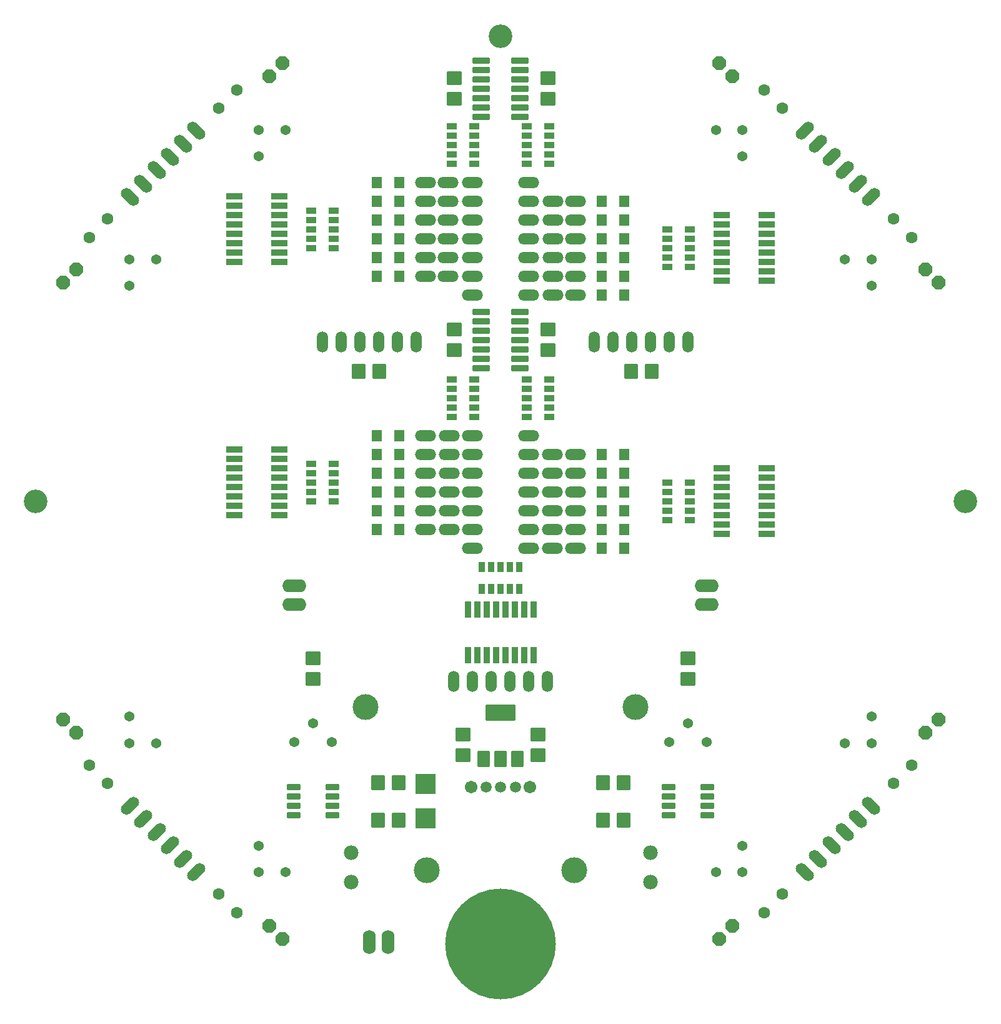
<source format=gts>
%TF.GenerationSoftware,KiCad,Pcbnew,(6.0.7-1)-1*%
%TF.CreationDate,2022-09-07T09:45:07+02:00*%
%TF.ProjectId,BattleBits_V4,42617474-6c65-4426-9974-735f56342e6b,rev?*%
%TF.SameCoordinates,Original*%
%TF.FileFunction,Soldermask,Top*%
%TF.FilePolarity,Negative*%
%FSLAX46Y46*%
G04 Gerber Fmt 4.6, Leading zero omitted, Abs format (unit mm)*
G04 Created by KiCad (PCBNEW (6.0.7-1)-1) date 2022-09-07 09:45:07*
%MOMM*%
%LPD*%
G01*
G04 APERTURE LIST*
G04 Aperture macros list*
%AMRoundRect*
0 Rectangle with rounded corners*
0 $1 Rounding radius*
0 $2 $3 $4 $5 $6 $7 $8 $9 X,Y pos of 4 corners*
0 Add a 4 corners polygon primitive as box body*
4,1,4,$2,$3,$4,$5,$6,$7,$8,$9,$2,$3,0*
0 Add four circle primitives for the rounded corners*
1,1,$1+$1,$2,$3*
1,1,$1+$1,$4,$5*
1,1,$1+$1,$6,$7*
1,1,$1+$1,$8,$9*
0 Add four rect primitives between the rounded corners*
20,1,$1+$1,$2,$3,$4,$5,0*
20,1,$1+$1,$4,$5,$6,$7,0*
20,1,$1+$1,$6,$7,$8,$9,0*
20,1,$1+$1,$8,$9,$2,$3,0*%
%AMHorizOval*
0 Thick line with rounded ends*
0 $1 width*
0 $2 $3 position (X,Y) of the first rounded end (center of the circle)*
0 $4 $5 position (X,Y) of the second rounded end (center of the circle)*
0 Add line between two ends*
20,1,$1,$2,$3,$4,$5,0*
0 Add two circle primitives to create the rounded ends*
1,1,$1,$2,$3*
1,1,$1,$4,$5*%
%AMFreePoly0*
4,1,25,0.406913,0.920396,0.419036,0.910042,0.910042,0.419036,0.938548,0.363088,0.939800,0.347194,0.939800,-0.347194,0.920396,-0.406913,0.910042,-0.419036,0.419036,-0.910042,0.363088,-0.938548,0.347194,-0.939800,-0.347194,-0.939800,-0.406913,-0.920396,-0.419036,-0.910042,-0.910042,-0.419036,-0.938548,-0.363088,-0.939800,-0.347194,-0.939800,0.347194,-0.920396,0.406913,-0.910042,0.419036,
-0.419036,0.910042,-0.363088,0.938548,-0.347194,0.939800,0.347194,0.939800,0.406913,0.920396,0.406913,0.920396,$1*%
G04 Aperture macros list end*
%ADD10RoundRect,0.101600X0.900000X-0.800000X0.900000X0.800000X-0.900000X0.800000X-0.900000X-0.800000X0*%
%ADD11RoundRect,0.101600X0.600000X0.700000X-0.600000X0.700000X-0.600000X-0.700000X0.600000X-0.700000X0*%
%ADD12RoundRect,0.101600X-0.600000X-0.700000X0.600000X-0.700000X0.600000X0.700000X-0.600000X0.700000X0*%
%ADD13O,2.844800X1.524000*%
%ADD14RoundRect,0.101600X0.800000X-0.300000X0.800000X0.300000X-0.800000X0.300000X-0.800000X-0.300000X0*%
%ADD15RoundRect,0.101600X-0.800000X-0.900000X0.800000X-0.900000X0.800000X0.900000X-0.800000X0.900000X0*%
%ADD16HorizOval,1.524000X0.466973X0.466973X-0.466973X-0.466973X0*%
%ADD17C,1.371200*%
%ADD18RoundRect,0.101600X-0.900000X0.800000X-0.900000X-0.800000X0.900000X-0.800000X0.900000X0.800000X0*%
%ADD19C,3.200000*%
%ADD20HorizOval,1.524000X-0.466973X-0.466973X0.466973X0.466973X0*%
%ADD21RoundRect,0.101600X-0.600000X-0.350000X0.600000X-0.350000X0.600000X0.350000X-0.600000X0.350000X0*%
%ADD22RoundRect,0.101600X-1.016000X0.330200X-1.016000X-0.330200X1.016000X-0.330200X1.016000X0.330200X0*%
%ADD23O,3.251200X1.727200*%
%ADD24C,1.603200*%
%ADD25O,1.524000X2.844800*%
%ADD26O,1.727200X3.251200*%
%ADD27RoundRect,0.101600X-0.749300X-1.003300X0.749300X-1.003300X0.749300X1.003300X-0.749300X1.003300X0*%
%ADD28RoundRect,0.101600X-1.905000X-1.003300X1.905000X-1.003300X1.905000X1.003300X-1.905000X1.003300X0*%
%ADD29C,3.500000*%
%ADD30C,1.981200*%
%ADD31RoundRect,0.101600X0.600000X0.350000X-0.600000X0.350000X-0.600000X-0.350000X0.600000X-0.350000X0*%
%ADD32HorizOval,1.524000X-0.466973X0.466973X0.466973X-0.466973X0*%
%ADD33C,1.511200*%
%ADD34C,1.711200*%
%ADD35RoundRect,0.101600X-0.800000X0.300000X-0.800000X-0.300000X0.800000X-0.300000X0.800000X0.300000X0*%
%ADD36RoundRect,0.101600X1.100000X-0.300000X1.100000X0.300000X-1.100000X0.300000X-1.100000X-0.300000X0*%
%ADD37RoundRect,0.101600X-1.100000X0.300000X-1.100000X-0.300000X1.100000X-0.300000X1.100000X0.300000X0*%
%ADD38RoundRect,0.101600X1.016000X-0.330200X1.016000X0.330200X-1.016000X0.330200X-1.016000X-0.330200X0*%
%ADD39FreePoly0,225.000000*%
%ADD40C,15.000000*%
%ADD41RoundRect,0.101600X1.270000X-1.270000X1.270000X1.270000X-1.270000X1.270000X-1.270000X-1.270000X0*%
%ADD42RoundRect,0.101600X-1.270000X1.270000X-1.270000X-1.270000X1.270000X-1.270000X1.270000X1.270000X0*%
%ADD43FreePoly0,135.000000*%
%ADD44RoundRect,0.101600X0.800000X0.900000X-0.800000X0.900000X-0.800000X-0.900000X0.800000X-0.900000X0*%
%ADD45FreePoly0,45.000000*%
%ADD46RoundRect,0.101600X0.330200X1.016000X-0.330200X1.016000X-0.330200X-1.016000X0.330200X-1.016000X0*%
%ADD47HorizOval,1.524000X0.466973X-0.466973X-0.466973X0.466973X0*%
%ADD48FreePoly0,315.000000*%
%ADD49RoundRect,0.101600X0.350000X-0.600000X0.350000X0.600000X-0.350000X0.600000X-0.350000X-0.600000X0*%
G04 APERTURE END LIST*
D10*
%TO.C,R17*%
X154940000Y-50523600D03*
X154940000Y-47723600D03*
%TD*%
D11*
%TO.C,D16*%
X134761100Y-106273600D03*
X131761100Y-106273600D03*
%TD*%
D12*
%TO.C,D10*%
X162241100Y-71983600D03*
X165241100Y-71983600D03*
%TD*%
D13*
%TO.C,SV1*%
X141389100Y-74523600D03*
X141389100Y-71983600D03*
X141389100Y-69443600D03*
X141389100Y-66903600D03*
X141389100Y-64363600D03*
X141389100Y-61823600D03*
%TD*%
%TO.C,SV4*%
X155486100Y-98653600D03*
X155486100Y-101193600D03*
X155486100Y-103733600D03*
X155486100Y-106273600D03*
X155486100Y-108813600D03*
X155486100Y-111353600D03*
%TD*%
D14*
%TO.C,IC9*%
X125701100Y-147548600D03*
X125701100Y-146278600D03*
X125701100Y-145008600D03*
X125701100Y-143738600D03*
X120501100Y-143738600D03*
X120501100Y-145008600D03*
X120501100Y-146278600D03*
X120501100Y-147548600D03*
%TD*%
D15*
%TO.C,R15*%
X129280000Y-87413600D03*
X132080000Y-87413600D03*
%TD*%
D16*
%TO.C,SV10*%
X189730972Y-54793472D03*
X191527023Y-56589523D03*
X193323074Y-58385574D03*
X195119126Y-60181626D03*
X196915177Y-61977677D03*
X198711228Y-63773728D03*
%TD*%
D15*
%TO.C,R16*%
X166151100Y-87413600D03*
X168951100Y-87413600D03*
%TD*%
D10*
%TO.C,C2*%
X143421100Y-139423600D03*
X143421100Y-136623600D03*
%TD*%
D17*
%TO.C,R10*%
X101827151Y-137769651D03*
X98235049Y-137769651D03*
X98235049Y-134177549D03*
%TD*%
D18*
%TO.C,C1*%
X153581100Y-136623600D03*
X153581100Y-139423600D03*
%TD*%
D19*
%TO.C,@HOLE4*%
X211501100Y-105003600D03*
%TD*%
D18*
%TO.C,R18*%
X142240000Y-47723600D03*
X142240000Y-50523600D03*
%TD*%
D20*
%TO.C,SV12*%
X107271228Y-155213728D03*
X105475177Y-153417677D03*
X103679126Y-151621626D03*
X101883074Y-149825574D03*
X100087023Y-148029523D03*
X98290972Y-146233472D03*
%TD*%
D18*
%TO.C,R8*%
X173901100Y-126243600D03*
X173901100Y-129043600D03*
%TD*%
D13*
%TO.C,SV2*%
X155613100Y-64363600D03*
X155613100Y-66903600D03*
X155613100Y-69443600D03*
X155613100Y-71983600D03*
X155613100Y-74523600D03*
X155613100Y-77063600D03*
%TD*%
D12*
%TO.C,D21*%
X162241100Y-98653600D03*
X165241100Y-98653600D03*
%TD*%
D21*
%TO.C,U$6*%
X122871100Y-99923600D03*
X122871100Y-101193600D03*
X122871100Y-102463600D03*
X122871100Y-103733600D03*
X122871100Y-105003600D03*
X125871100Y-105003600D03*
X125871100Y-103733600D03*
X125871100Y-102463600D03*
X125871100Y-101193600D03*
X125871100Y-99923600D03*
%TD*%
D22*
%TO.C,IC2*%
X112407700Y-63728600D03*
X112407700Y-64998600D03*
X112407700Y-66268600D03*
X112407700Y-67538600D03*
X112407700Y-68808600D03*
X112407700Y-70078600D03*
X112407700Y-71348600D03*
X112407700Y-72618600D03*
X118554500Y-72618600D03*
X118554500Y-71348600D03*
X118554500Y-70078600D03*
X118554500Y-68808600D03*
X118554500Y-67538600D03*
X118554500Y-66268600D03*
X118554500Y-64998600D03*
X118554500Y-63728600D03*
%TD*%
D17*
%TO.C,R14*%
X120561100Y-137643600D03*
X123101100Y-135103600D03*
X125641100Y-137643600D03*
%TD*%
D23*
%TO.C,JP1*%
X120561100Y-118973600D03*
X120561100Y-116433600D03*
%TD*%
D24*
%TO.C,PH4*%
X201733663Y-66796163D03*
X204208537Y-69271037D03*
%TD*%
D17*
%TO.C,R2*%
X115735049Y-58329651D03*
X115735049Y-54737549D03*
X119327151Y-54737549D03*
%TD*%
D25*
%TO.C,SV13*%
X154851100Y-129387600D03*
X152311100Y-129387600D03*
X149771100Y-129387600D03*
X147231100Y-129387600D03*
X144691100Y-129387600D03*
X142151100Y-129387600D03*
%TD*%
D18*
%TO.C,R9*%
X123101100Y-126243600D03*
X123101100Y-129043600D03*
%TD*%
D21*
%TO.C,U$3*%
X141921100Y-54203600D03*
X141921100Y-55473600D03*
X141921100Y-56743600D03*
X141921100Y-58013600D03*
X141921100Y-59283600D03*
X144921100Y-59283600D03*
X144921100Y-58013600D03*
X144921100Y-56743600D03*
X144921100Y-55473600D03*
X144921100Y-54203600D03*
%TD*%
%TO.C,U$19*%
X122871100Y-65633600D03*
X122871100Y-66903600D03*
X122871100Y-68173600D03*
X122871100Y-69443600D03*
X122871100Y-70713600D03*
X125871100Y-70713600D03*
X125871100Y-69443600D03*
X125871100Y-68173600D03*
X125871100Y-66903600D03*
X125871100Y-65633600D03*
%TD*%
D11*
%TO.C,D18*%
X134761100Y-101193600D03*
X131761100Y-101193600D03*
%TD*%
D22*
%TO.C,IC5*%
X112407700Y-98018600D03*
X112407700Y-99288600D03*
X112407700Y-100558600D03*
X112407700Y-101828600D03*
X112407700Y-103098600D03*
X112407700Y-104368600D03*
X112407700Y-105638600D03*
X112407700Y-106908600D03*
X118554500Y-106908600D03*
X118554500Y-105638600D03*
X118554500Y-104368600D03*
X118554500Y-103098600D03*
X118554500Y-101828600D03*
X118554500Y-100558600D03*
X118554500Y-99288600D03*
X118554500Y-98018600D03*
%TD*%
D17*
%TO.C,R5*%
X198767151Y-134177549D03*
X198767151Y-137769651D03*
X195175049Y-137769651D03*
%TD*%
D26*
%TO.C,JP8*%
X133261100Y-164693600D03*
X130721100Y-164693600D03*
%TD*%
D27*
%TO.C,IC10*%
X146240500Y-139903200D03*
X148526500Y-139903200D03*
X150812500Y-139903200D03*
D28*
X148501100Y-133604000D03*
%TD*%
D29*
%TO.C,U$2*%
X130211100Y-132863600D03*
D30*
X128211100Y-156593600D03*
X128211100Y-152593600D03*
%TD*%
D11*
%TO.C,D3*%
X134761100Y-69443600D03*
X131761100Y-69443600D03*
%TD*%
D13*
%TO.C,IC1*%
X144691100Y-61823600D03*
X144691100Y-64363600D03*
X144691100Y-66903600D03*
X144691100Y-69443600D03*
X144691100Y-71983600D03*
X144691100Y-74523600D03*
X144691100Y-77063600D03*
X152311100Y-77063600D03*
X152311100Y-74523600D03*
X152311100Y-71983600D03*
X152311100Y-69443600D03*
X152311100Y-66903600D03*
X152311100Y-64363600D03*
X152311100Y-61823600D03*
%TD*%
D31*
%TO.C,U$9*%
X174131100Y-107543600D03*
X174131100Y-106273600D03*
X174131100Y-105003600D03*
X174131100Y-103733600D03*
X174131100Y-102463600D03*
X171131100Y-102463600D03*
X171131100Y-103733600D03*
X171131100Y-105003600D03*
X171131100Y-106273600D03*
X171131100Y-107543600D03*
%TD*%
D12*
%TO.C,D25*%
X162241100Y-108813600D03*
X165241100Y-108813600D03*
%TD*%
D17*
%TO.C,R4*%
X195175049Y-72237549D03*
X198767151Y-72237549D03*
X198767151Y-75829651D03*
%TD*%
D24*
%TO.C,PH1*%
X95268537Y-66796163D03*
X92793663Y-69271037D03*
%TD*%
D21*
%TO.C,U$11*%
X141921100Y-88493600D03*
X141921100Y-89763600D03*
X141921100Y-91033600D03*
X141921100Y-92303600D03*
X141921100Y-93573600D03*
X144921100Y-93573600D03*
X144921100Y-92303600D03*
X144921100Y-91033600D03*
X144921100Y-89763600D03*
X144921100Y-88493600D03*
%TD*%
D24*
%TO.C,PH7*%
X110293663Y-158236163D03*
X112768537Y-160711037D03*
%TD*%
D11*
%TO.C,D4*%
X134761100Y-66903600D03*
X131761100Y-66903600D03*
%TD*%
D13*
%TO.C,SV7*%
X138341100Y-108813600D03*
X138341100Y-106273600D03*
X138341100Y-103733600D03*
X138341100Y-101193600D03*
X138341100Y-98653600D03*
X138341100Y-96113600D03*
%TD*%
D12*
%TO.C,D22*%
X162241100Y-101193600D03*
X165241100Y-101193600D03*
%TD*%
D23*
%TO.C,JP2*%
X176441100Y-118973600D03*
X176441100Y-116433600D03*
%TD*%
D13*
%TO.C,SV3*%
X141516100Y-108813600D03*
X141516100Y-106273600D03*
X141516100Y-103733600D03*
X141516100Y-101193600D03*
X141516100Y-98653600D03*
X141516100Y-96113600D03*
%TD*%
D32*
%TO.C,SV9*%
X98290972Y-63773728D03*
X100087023Y-61977677D03*
X101883074Y-60181626D03*
X103679126Y-58385574D03*
X105475177Y-56589523D03*
X107271228Y-54793472D03*
%TD*%
D13*
%TO.C,IC3*%
X144691100Y-96113600D03*
X144691100Y-98653600D03*
X144691100Y-101193600D03*
X144691100Y-103733600D03*
X144691100Y-106273600D03*
X144691100Y-108813600D03*
X144691100Y-111353600D03*
X152311100Y-111353600D03*
X152311100Y-108813600D03*
X152311100Y-106273600D03*
X152311100Y-103733600D03*
X152311100Y-101193600D03*
X152311100Y-98653600D03*
X152311100Y-96113600D03*
%TD*%
D11*
%TO.C,D2*%
X134761100Y-71983600D03*
X131761100Y-71983600D03*
%TD*%
D18*
%TO.C,R13*%
X142240000Y-81759600D03*
X142240000Y-84559600D03*
%TD*%
D24*
%TO.C,PH2*%
X110293663Y-51771037D03*
X112768537Y-49296163D03*
%TD*%
D33*
%TO.C,U$7*%
X148501100Y-143749600D03*
D34*
X152501100Y-143749600D03*
X144501100Y-143749600D03*
D33*
X150501100Y-143749600D03*
X146501100Y-143749600D03*
%TD*%
D12*
%TO.C,D26*%
X162241100Y-111353600D03*
X165241100Y-111353600D03*
%TD*%
D35*
%TO.C,IC8*%
X171301100Y-143738600D03*
X171301100Y-145008600D03*
X171301100Y-146278600D03*
X171301100Y-147548600D03*
X176501100Y-147548600D03*
X176501100Y-146278600D03*
X176501100Y-145008600D03*
X176501100Y-143738600D03*
%TD*%
D25*
%TO.C,SV14*%
X124371100Y-83413600D03*
X126911100Y-83413600D03*
X129451100Y-83413600D03*
X131991100Y-83413600D03*
X134531100Y-83413600D03*
X137071100Y-83413600D03*
%TD*%
D10*
%TO.C,R12*%
X154940000Y-84559600D03*
X154940000Y-81759600D03*
%TD*%
D11*
%TO.C,D20*%
X134761100Y-96113600D03*
X131761100Y-96113600D03*
%TD*%
D36*
%TO.C,IC12*%
X151101100Y-86969600D03*
X151101100Y-85699600D03*
X151101100Y-84429600D03*
X151101100Y-83159600D03*
X151101100Y-81889600D03*
X151101100Y-80619600D03*
X151101100Y-79349600D03*
X145901100Y-79349600D03*
X145901100Y-80619600D03*
X145901100Y-81889600D03*
X145901100Y-83159600D03*
X145901100Y-84429600D03*
X145901100Y-85699600D03*
X145901100Y-86969600D03*
%TD*%
D37*
%TO.C,IC11*%
X145901100Y-45313600D03*
X145901100Y-46583600D03*
X145901100Y-47853600D03*
X145901100Y-49123600D03*
X145901100Y-50393600D03*
X145901100Y-51663600D03*
X145901100Y-52933600D03*
X151101100Y-52933600D03*
X151101100Y-51663600D03*
X151101100Y-50393600D03*
X151101100Y-49123600D03*
X151101100Y-47853600D03*
X151101100Y-46583600D03*
X151101100Y-45313600D03*
%TD*%
D24*
%TO.C,PH3*%
X186708537Y-51771037D03*
X184233663Y-49296163D03*
%TD*%
D12*
%TO.C,D11*%
X162241100Y-74523600D03*
X165241100Y-74523600D03*
%TD*%
D13*
%TO.C,SV8*%
X158661100Y-98653600D03*
X158661100Y-101193600D03*
X158661100Y-103733600D03*
X158661100Y-106273600D03*
X158661100Y-108813600D03*
X158661100Y-111353600D03*
%TD*%
D38*
%TO.C,IC6*%
X184594500Y-109448600D03*
X184594500Y-108178600D03*
X184594500Y-106908600D03*
X184594500Y-105638600D03*
X184594500Y-104368600D03*
X184594500Y-103098600D03*
X184594500Y-101828600D03*
X184594500Y-100558600D03*
X178447700Y-100558600D03*
X178447700Y-101828600D03*
X178447700Y-103098600D03*
X178447700Y-104368600D03*
X178447700Y-105638600D03*
X178447700Y-106908600D03*
X178447700Y-108178600D03*
X178447700Y-109448600D03*
%TD*%
D39*
%TO.C,LED_F0*%
X179879126Y-162525574D03*
X178083074Y-164321626D03*
%TD*%
D40*
%TO.C,@HOLE0*%
X148501100Y-165003600D03*
%TD*%
D38*
%TO.C,IC4*%
X184594500Y-75158600D03*
X184594500Y-73888600D03*
X184594500Y-72618600D03*
X184594500Y-71348600D03*
X184594500Y-70078600D03*
X184594500Y-68808600D03*
X184594500Y-67538600D03*
X184594500Y-66268600D03*
X178447700Y-66268600D03*
X178447700Y-67538600D03*
X178447700Y-68808600D03*
X178447700Y-70078600D03*
X178447700Y-71348600D03*
X178447700Y-72618600D03*
X178447700Y-73888600D03*
X178447700Y-75158600D03*
%TD*%
D39*
%TO.C,LED_A0*%
X90979126Y-73625574D03*
X89183074Y-75421626D03*
%TD*%
D12*
%TO.C,D8*%
X162241100Y-66903600D03*
X165241100Y-66903600D03*
%TD*%
D13*
%TO.C,SV5*%
X138341100Y-74523600D03*
X138341100Y-71983600D03*
X138341100Y-69443600D03*
X138341100Y-66903600D03*
X138341100Y-64363600D03*
X138341100Y-61823600D03*
%TD*%
D41*
%TO.C,D13*%
X138341100Y-147993100D03*
D42*
X138341100Y-143294100D03*
%TD*%
D11*
%TO.C,D17*%
X134761100Y-103733600D03*
X131761100Y-103733600D03*
%TD*%
D29*
%TO.C,@HOLE1*%
X138501100Y-155003600D03*
%TD*%
D24*
%TO.C,PH8*%
X95268537Y-143211037D03*
X92793663Y-140736163D03*
%TD*%
D43*
%TO.C,LED_H0*%
X90979126Y-136381626D03*
X89183074Y-134585574D03*
%TD*%
D15*
%TO.C,C4*%
X131861100Y-143103600D03*
X134661100Y-143103600D03*
%TD*%
%TO.C,C3*%
X131861100Y-148183600D03*
X134661100Y-148183600D03*
%TD*%
D44*
%TO.C,C6*%
X165141100Y-148183600D03*
X162341100Y-148183600D03*
%TD*%
%TO.C,C5*%
X165141100Y-143103600D03*
X162341100Y-143103600D03*
%TD*%
D19*
%TO.C,@HOLE3*%
X85501100Y-105003600D03*
%TD*%
D12*
%TO.C,D23*%
X162241100Y-103733600D03*
X165241100Y-103733600D03*
%TD*%
D11*
%TO.C,D19*%
X134761100Y-98653600D03*
X131761100Y-98653600D03*
%TD*%
D21*
%TO.C,U$20*%
X152081100Y-88493600D03*
X152081100Y-89763600D03*
X152081100Y-91033600D03*
X152081100Y-92303600D03*
X152081100Y-93573600D03*
X155081100Y-93573600D03*
X155081100Y-92303600D03*
X155081100Y-91033600D03*
X155081100Y-89763600D03*
X155081100Y-88493600D03*
%TD*%
D29*
%TO.C,@HOLE2*%
X158501100Y-155003600D03*
%TD*%
D12*
%TO.C,D9*%
X162241100Y-69443600D03*
X165241100Y-69443600D03*
%TD*%
D45*
%TO.C,LED_E0*%
X206023074Y-136381626D03*
X207819126Y-134585574D03*
%TD*%
D46*
%TO.C,IC7*%
X152946100Y-119710200D03*
X151676100Y-119710200D03*
X150406100Y-119710200D03*
X149136100Y-119710200D03*
X147866100Y-119710200D03*
X146596100Y-119710200D03*
X145326100Y-119710200D03*
X144056100Y-119710200D03*
X144056100Y-125857000D03*
X145326100Y-125857000D03*
X146596100Y-125857000D03*
X147866100Y-125857000D03*
X149136100Y-125857000D03*
X150406100Y-125857000D03*
X151676100Y-125857000D03*
X152946100Y-125857000D03*
%TD*%
D19*
%TO.C,@HOLE5*%
X148501100Y-42003600D03*
%TD*%
D12*
%TO.C,D12*%
X162241100Y-77063600D03*
X165241100Y-77063600D03*
%TD*%
D17*
%TO.C,R6*%
X181267151Y-151677549D03*
X181267151Y-155269651D03*
X177675049Y-155269651D03*
%TD*%
D11*
%TO.C,D15*%
X134761100Y-108813600D03*
X131761100Y-108813600D03*
%TD*%
D45*
%TO.C,LED_B0*%
X117123074Y-47481626D03*
X118919126Y-45685574D03*
%TD*%
D11*
%TO.C,D5*%
X134761100Y-64363600D03*
X131761100Y-64363600D03*
%TD*%
D25*
%TO.C,SV15*%
X161201100Y-83413600D03*
X163741100Y-83413600D03*
X166281100Y-83413600D03*
X168821100Y-83413600D03*
X171361100Y-83413600D03*
X173901100Y-83413600D03*
%TD*%
D31*
%TO.C,U$5*%
X174131100Y-73253600D03*
X174131100Y-71983600D03*
X174131100Y-70713600D03*
X174131100Y-69443600D03*
X174131100Y-68173600D03*
X171131100Y-68173600D03*
X171131100Y-69443600D03*
X171131100Y-70713600D03*
X171131100Y-71983600D03*
X171131100Y-73253600D03*
%TD*%
D12*
%TO.C,D7*%
X162241100Y-64363600D03*
X165241100Y-64363600D03*
%TD*%
D47*
%TO.C,SV11*%
X198711228Y-146233472D03*
X196915177Y-148029523D03*
X195119126Y-149825574D03*
X193323074Y-151621626D03*
X191527023Y-153417677D03*
X189730972Y-155213728D03*
%TD*%
D21*
%TO.C,U$10*%
X152081100Y-54203600D03*
X152081100Y-55473600D03*
X152081100Y-56743600D03*
X152081100Y-58013600D03*
X152081100Y-59283600D03*
X155081100Y-59283600D03*
X155081100Y-58013600D03*
X155081100Y-56743600D03*
X155081100Y-55473600D03*
X155081100Y-54203600D03*
%TD*%
D12*
%TO.C,D24*%
X162241100Y-106273600D03*
X165241100Y-106273600D03*
%TD*%
D17*
%TO.C,R11*%
X171361100Y-137643600D03*
X173901100Y-135103600D03*
X176441100Y-137643600D03*
%TD*%
D11*
%TO.C,D1*%
X134761100Y-74523600D03*
X131761100Y-74523600D03*
%TD*%
D17*
%TO.C,R1*%
X98235049Y-75829651D03*
X98235049Y-72237549D03*
X101827151Y-72237549D03*
%TD*%
D13*
%TO.C,SV6*%
X158661100Y-64363600D03*
X158661100Y-66903600D03*
X158661100Y-69443600D03*
X158661100Y-71983600D03*
X158661100Y-74523600D03*
X158661100Y-77063600D03*
%TD*%
D43*
%TO.C,LED_C0*%
X179879126Y-47481626D03*
X178083074Y-45685574D03*
%TD*%
D24*
%TO.C,PH5*%
X201733663Y-143211037D03*
X204208537Y-140736163D03*
%TD*%
D17*
%TO.C,R7*%
X119327151Y-155269651D03*
X115735049Y-155269651D03*
X115735049Y-151677549D03*
%TD*%
D24*
%TO.C,PH6*%
X186708537Y-158236163D03*
X184233663Y-160711037D03*
%TD*%
D48*
%TO.C,LED_D0*%
X206023074Y-73625574D03*
X207819126Y-75421626D03*
%TD*%
D11*
%TO.C,D6*%
X134761100Y-61823600D03*
X131761100Y-61823600D03*
%TD*%
D49*
%TO.C,U$4*%
X145961100Y-116917600D03*
X147231100Y-116917600D03*
X148501100Y-116917600D03*
X149771100Y-116917600D03*
X151041100Y-116917600D03*
X151041100Y-113917600D03*
X149771100Y-113917600D03*
X148501100Y-113917600D03*
X147231100Y-113917600D03*
X145961100Y-113917600D03*
%TD*%
D48*
%TO.C,LED_G0*%
X117123074Y-162525574D03*
X118919126Y-164321626D03*
%TD*%
D17*
%TO.C,R3*%
X177675049Y-54737549D03*
X181267151Y-54737549D03*
X181267151Y-58329651D03*
%TD*%
D29*
%TO.C,U$1*%
X166791100Y-132863600D03*
D30*
X168791100Y-156593600D03*
X168791100Y-152593600D03*
%TD*%
M02*

</source>
